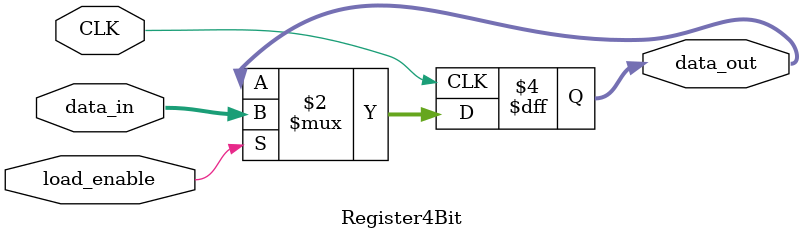
<source format=v>
module Register4Bit (
    input wire [15:0] data_in,     // Đầu vào dữ liệu 4 bit
    input wire load_enable,       // Tín hiệu cho phép ghi (load)
    input wire CLK,               // Tín hiệu đồng hồ (Clock)
    output reg [15:0] data_out     // Đầu ra dữ liệu 4 bit
);

    always @(posedge CLK) begin
        if (load_enable)          // Nếu load_enable bật
            data_out <= data_in;  // Ghi dữ liệu mới vào data_out
    end

endmodule
</source>
